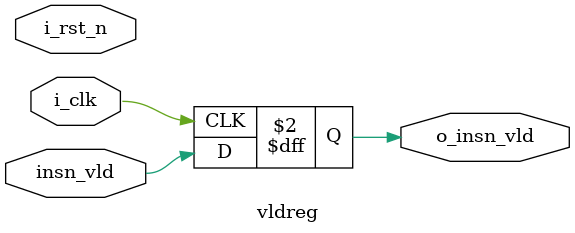
<source format=sv>
module vldreg(

input logic i_clk,
input logic i_rst_n,
input logic insn_vld,
output logic o_insn_vld
);

always @(posedge i_clk) begin 
	o_insn_vld <= insn_vld;
	end
endmodule

</source>
